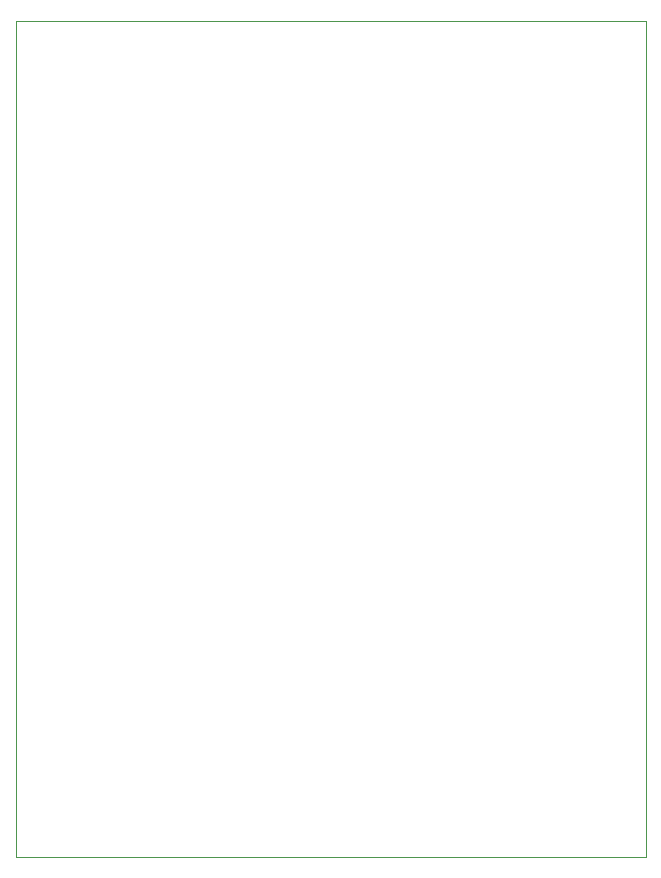
<source format=gm1>
G75*
G70*
%OFA0B0*%
%FSLAX24Y24*%
%IPPOS*%
%LPD*%
%AMOC8*
5,1,8,0,0,1.08239X$1,22.5*
%
%ADD10C,0.0000*%
D10*
X005331Y003129D02*
X005331Y030999D01*
X026323Y030999D01*
X026323Y003129D01*
X005331Y003129D01*
M02*

</source>
